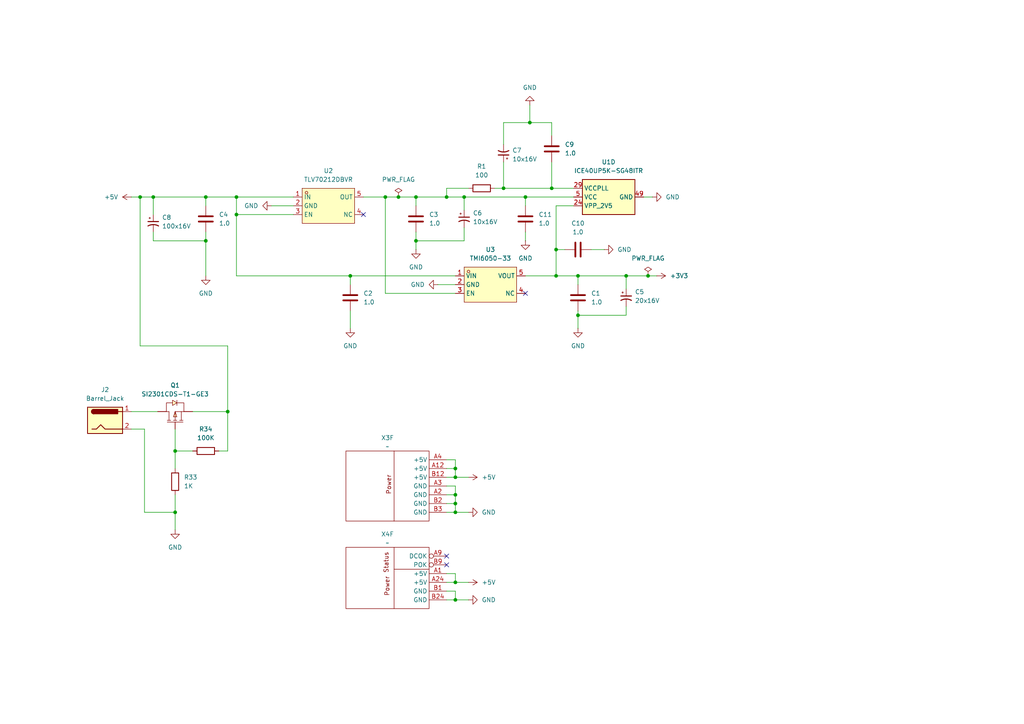
<source format=kicad_sch>
(kicad_sch (version 20231120) (generator "eeschema") (generator_version "8.0")
  (paper "A4")
  (title_block (title "Power"))
  (lib_symbols
    (symbol "Connector:Barrel_Jack" (pin_names (offset 1.016))
      (property "Reference" "J" (at 0 5.334 0))
      (property "Value" "Barrel_Jack" (at 0 -5.08 0))
      (symbol "Barrel_Jack_0_1"
        (rectangle (start -5.08 3.81) (end 5.08 -3.81) (stroke (width 0.254)) (fill (type background)))
        (arc (start -3.302 3.175) (mid -3.9343 2.54) (end -3.302 1.905) (stroke (width 0.254)))
        (arc (start -3.302 3.175) (mid -3.9343 2.54) (end -3.302 1.905) (stroke (width 0.254)) (fill (type outline)))
        (polyline (pts (xy 5.08 2.54) (xy 3.81 2.54)) (stroke (width 0.254)))
        (polyline (pts (xy -3.81 -2.54) (xy -2.54 -2.54) (xy -1.27 -1.27) (xy 0 -2.54) (xy 2.54 -2.54) (xy 5.08 -2.54)) (stroke (width 0.254)))
        (rectangle (start 3.683 3.175) (end -3.302 1.905) (stroke (width 0.254)) (fill (type outline)))
      )
      (symbol "Barrel_Jack_1_1"
        (pin passive line (at 7.62 2.54 180) (length 2.54) (name "~") (number "1"))
        (pin passive line (at 7.62 -2.54 180) (length 2.54) (name "~") (number "2"))
      )
    )
    (symbol "Device:C" (pin_numbers hide) (pin_names (offset 0.254))
      (property "Reference" "C" (at 0.635 2.54 0))
      (property "Value" "C" (at 0.635 -2.54 0))
      (symbol "C_0_1"
        (polyline (pts (xy -2.032 -0.762) (xy 2.032 -0.762)) (stroke (width 0.508)))
        (polyline (pts (xy -2.032 0.762) (xy 2.032 0.762)) (stroke (width 0.508)))
      )
      (symbol "C_1_1"
        (pin passive line (at 0 3.81 270) (length 2.794) (name "~") (number "1"))
        (pin passive line (at 0 -3.81 90) (length 2.794) (name "~") (number "2"))
      )
    )
    (symbol "Device:C_Polarized_Small_US" (pin_numbers hide) (pin_names (offset 0.254) hide)
      (property "Reference" "C" (at 0.254 1.778 0))
      (property "Value" "C_Polarized_Small_US" (at 0.254 -2.032 0))
      (symbol "C_Polarized_Small_US_0_1"
        (polyline (pts (xy -1.524 0.508) (xy 1.524 0.508)) (stroke (width 0.3048)))
        (polyline (pts (xy -1.27 1.524) (xy -0.762 1.524)))
        (polyline (pts (xy -1.016 1.27) (xy -1.016 1.778)))
        (arc (start 1.524 -0.762) (mid 0 -0.3734) (end -1.524 -0.762) (stroke (width 0.3048)))
      )
      (symbol "C_Polarized_Small_US_1_1"
        (pin passive line (at 0 2.54 270) (length 2.032) (name "~") (number "1"))
        (pin passive line (at 0 -2.54 90) (length 2.032) (name "~") (number "2"))
      )
    )
    (symbol "Device:R" (pin_numbers hide) (pin_names (offset 0))
      (property "Reference" "R" (at 2.032 0 90))
      (property "Value" "R" (at 0 0 90))
      (symbol "R_0_1"
        (rectangle (start -1.016 -2.54) (end 1.016 2.54) (stroke (width 0.254)))
      )
      (symbol "R_1_1"
        (pin passive line (at 0 3.81 270) (length 1.27) (name "~") (number "1"))
        (pin passive line (at 0 -3.81 90) (length 1.27) (name "~") (number "2"))
      )
    )
    (symbol "EasyEDA:SI2301CDS-T1-GE3" (pin_numbers hide) (pin_names hide)
      (property "Reference" "Q" (at 0 10.16 0))
      (property "Value" "SI2301CDS-T1-GE3" (at 0 -10.16 0))
      (symbol "SI2301CDS-T1-GE3_0_1"
        (polyline (pts (xy -1.78 2.29) (xy -1.78 -2.29)))
        (polyline (pts (xy -1.27 -2.29) (xy -1.27 -1.27)))
        (polyline (pts (xy -1.27 -0.51) (xy -1.27 0.51)))
        (polyline (pts (xy -1.27 1.27) (xy -1.27 2.29)))
        (polyline (pts (xy 1.27 -1.78) (xy -1.27 -1.78)))
        (polyline (pts (xy 1.27 1.78) (xy -1.27 1.78)))
        (polyline (pts (xy -1.27 0) (xy 1.27 0) (xy 1.27 -2.54)))
        (polyline (pts (xy 1.27 -2.54) (xy 3.81 -2.54) (xy 3.81 -0.51)))
        (polyline (pts (xy 1.27 0) (xy -0.25 0.51) (xy -0.25 -0.51) (xy 1.27 0)) (fill (type background)))
        (polyline (pts (xy 1.27 1.78) (xy 1.27 2.54) (xy 3.81 2.54) (xy 3.81 0.76)))
        (polyline (pts (xy 3.81 -0.51) (xy 4.57 0.76) (xy 3.05 0.76) (xy 3.81 -0.51)) (fill (type background)))
        (polyline (pts (xy 4.57 -0.51) (xy 4.32 -0.51) (xy 3.3 -0.51) (xy 3.05 -0.51)))
        (pin unspecified line (at -3.81 0 0) (length 2.032) (name "G") (number "1"))
        (pin unspecified line (at 1.27 -5.08 90) (length 2.54) (name "S") (number "2"))
        (pin unspecified line (at 1.27 5.08 270) (length 2.54) (name "D") (number "3"))
      )
    )
    (symbol "EasyEDA:TLV70212DBVR"
      (property "Reference" "U" (at 0 7.62 0))
      (property "Value" "TLV70212DBVR" (at 0 -7.62 0))
      (symbol "TLV70212DBVR_0_1"
        (rectangle (start -7.62 5.08) (end 7.62 -5.08) (fill (type background)))
        (circle (center -6.35 3.81) (radius 0.38))
        (pin unspecified line (at -10.16 2.54 0) (length 2.54) (name "IN") (number "1"))
        (pin unspecified line (at -10.16 0 0) (length 2.54) (name "GND") (number "2"))
        (pin unspecified line (at -10.16 -2.54 0) (length 2.54) (name "EN") (number "3"))
        (pin unspecified line (at 10.16 -2.54 180) (length 2.54) (name "NC") (number "4"))
        (pin unspecified line (at 10.16 2.54 180) (length 2.54) (name "OUT") (number "5"))
      )
    )
    (symbol "EasyEDA:TMI6050-33"
      (property "Reference" "U" (at 0 7.62 0))
      (property "Value" "TMI6050-33" (at 0 -7.62 0))
      (symbol "TMI6050-33_0_1"
        (rectangle (start -7.62 5.08) (end 7.62 -5.08) (fill (type background)))
        (circle (center -6.35 3.81) (radius 0.38))
        (pin unspecified line (at -10.16 2.54 0) (length 2.54) (name "VIN") (number "1"))
        (pin unspecified line (at -10.16 0 0) (length 2.54) (name "GND") (number "2"))
        (pin unspecified line (at -10.16 -2.54 0) (length 2.54) (name "EN") (number "3"))
        (pin unspecified line (at 10.16 -2.54 180) (length 2.54) (name "NC") (number "4"))
        (pin unspecified line (at 10.16 2.54 180) (length 2.54) (name "VOUT") (number "5"))
      )
    )
    (symbol "FPGA_Lattice:ICE40UP5K-SG48ITR"
      (property "Reference" "U" (at -8.89 -29.21 0))
      (property "Value" "ICE40UP5K-SG48ITR" (at 0 -31.75 0))
      (symbol "ICE40UP5K-SG48ITR_1_1"
        (rectangle (start -7.62 25.4) (end 7.62 -27.94) (stroke (width 0.254)) (fill (type background)))
        (pin bidirectional line (at -10.16 12.7 0) (length 2.54) (name "IOT_37a") (number "23"))
        (pin bidirectional line (at -10.16 15.24 0) (length 2.54) (name "IOT_36b") (number "25"))
        (pin bidirectional line (at -10.16 7.62 0) (length 2.54) (name "IOT_39a") (number "26"))
        (pin bidirectional line (at -10.16 10.16 0) (length 2.54) (name "IOT_38b") (number "27"))
        (pin bidirectional line (at -10.16 5.08 0) (length 2.54) (name "IOT_41a") (number "28"))
        (pin bidirectional line (at -10.16 2.54 0) (length 2.54) (name "IOT_42b") (number "31"))
        (pin bidirectional line (at -10.16 0 0) (length 2.54) (name "IOT_43a") (number "32"))
        (pin power_in line (at 0 27.94 270) (length 2.54) (name "VCCIO_0") (number "33"))
        (pin bidirectional line (at -10.16 -2.54 0) (length 2.54) (name "IOT_44b") (number "34"))
        (pin bidirectional line (at -10.16 -7.62 0) (length 2.54) (name "IOT_46b_G0") (number "35"))
        (pin bidirectional line (at -10.16 -10.16 0) (length 2.54) (name "IOT_48b") (number "36"))
        (pin bidirectional line (at -10.16 -5.08 0) (length 2.54) (name "IOT_45a_G1") (number "37"))
        (pin bidirectional line (at -10.16 -15.24 0) (length 2.54) (name "IOT_50b") (number "38"))
        (pin open_collector line (at -10.16 -20.32 0) (length 2.54) (name "RGB0") (number "39"))
        (pin open_collector line (at -10.16 -22.86 0) (length 2.54) (name "RGB1") (number "40"))
        (pin open_collector line (at -10.16 -25.4 0) (length 2.54) (name "RGB2") (number "41"))
        (pin bidirectional line (at -10.16 -17.78 0) (length 2.54) (name "IOT_51a") (number "42"))
        (pin bidirectional line (at -10.16 -12.7 0) (length 2.54) (name "IOT_49a") (number "43"))
      )
      (symbol "ICE40UP5K-SG48ITR_2_1"
        (rectangle (start -10.16 25.4) (end 10.16 -25.4) (stroke (width 0.254)) (fill (type background)))
        (pin bidirectional line (at -12.7 5.08 0) (length 2.54) (name "IOB_18a") (number "10"))
        (pin bidirectional line (at -12.7 2.54 0) (length 2.54) (name "IOB_20a") (number "11"))
        (pin bidirectional line (at -12.7 0 0) (length 2.54) (name "IOB_22a") (number "12"))
        (pin bidirectional line (at -12.7 -5.08 0) (length 2.54) (name "IOB_24a") (number "13"))
        (pin bidirectional line (at -12.7 -15.24 0) (length 2.54) (name "IOB_32a_SPI_SO") (number "14"))
        (pin bidirectional line (at -12.7 -20.32 0) (length 2.54) (name "IOB_34a_SPI_SCK") (number "15"))
        (pin bidirectional line (at -12.7 -22.86 0) (length 2.54) (name "IOB_35b_SPI_SS") (number "16"))
        (pin bidirectional line (at -12.7 -17.78 0) (length 2.54) (name "IOB_33b_SPI_SI") (number "17"))
        (pin bidirectional line (at -12.7 -12.7 0) (length 2.54) (name "IOB_31b") (number "18"))
        (pin bidirectional line (at -12.7 -10.16 0) (length 2.54) (name "IOB_29b") (number "19"))
        (pin bidirectional line (at -12.7 -7.62 0) (length 2.54) (name "IOB_25b_G3") (number "20"))
        (pin bidirectional line (at -12.7 -2.54 0) (length 2.54) (name "IOB_23b") (number "21"))
        (pin power_in line (at 0 27.94 270) (length 2.54) (name "SPI_VCCIO1") (number "22"))
        (pin bidirectional line (at -12.7 10.16 0) (length 2.54) (name "IOB_13b") (number "6"))
        (pin open_collector line (at 12.7 17.78 180) (length 2.54) (name "CDONE") (number "7"))
        (pin input line (at -12.7 17.78 0) (length 2.54) (name "~{CRESET}") (number "8"))
        (pin bidirectional line (at -12.7 7.62 0) (length 2.54) (name "IOB_16a") (number "9"))
      )
      (symbol "ICE40UP5K-SG48ITR_3_1"
        (rectangle (start -7.62 15.24) (end 7.62 -15.24) (stroke (width 0.254)) (fill (type background)))
        (pin power_in line (at 0 17.78 270) (length 2.54) (name "VCCIO_2") (number "1"))
        (pin bidirectional line (at -10.16 -7.62 0) (length 2.54) (name "IOB_6a") (number "2"))
        (pin bidirectional line (at -10.16 -12.7 0) (length 2.54) (name "IOB_9b") (number "3"))
        (pin bidirectional line (at -10.16 -10.16 0) (length 2.54) (name "IOB_8a") (number "4"))
        (pin bidirectional line (at -10.16 0 0) (length 2.54) (name "IOB_3b_G6") (number "44"))
        (pin bidirectional line (at -10.16 -5.08 0) (length 2.54) (name "IOB_5b") (number "45"))
        (pin bidirectional line (at -10.16 5.08 0) (length 2.54) (name "IOB_0a") (number "46"))
        (pin bidirectional line (at -10.16 2.54 0) (length 2.54) (name "IOB_2a") (number "47"))
        (pin bidirectional line (at -10.16 -2.54 0) (length 2.54) (name "IOB_4a") (number "48"))
      )
      (symbol "ICE40UP5K-SG48ITR_4_1"
        (rectangle (start -5.08 7.62) (end 5.08 -7.62) (stroke (width 0.254)) (fill (type background)))
        (pin power_in line (at -2.54 10.16 270) (length 2.54) (name "VPP_2V5") (number "24"))
        (pin power_out line (at 2.54 10.16 270) (length 2.54) (name "VCCPLL") (number "29"))
        (pin passive line (at 0 10.16 270) (length 2.54) hide (name "VCC") (number "30"))
        (pin power_in line (at 0 -10.16 90) (length 2.54) (name "GND") (number "49"))
        (pin power_in line (at 0 10.16 270) (length 2.54) (name "VCC") (number "5"))
      )
    )
    (symbol "local1:MSTD_SEP"
      (property "Reference" "X" (at -31.242 0 0))
      (symbol "MSTD_SEP_1_1"
        (rectangle (start -29.21 40.64) (end -5.08 -17.78))
        (rectangle (start -15.24 -13.97) (end -5.08 -17.78) (stroke (width 0) (color 0 0 0 1)) (fill (type color) (color 194 194 194 1)))
        (polyline (pts (xy -15.24 40.64) (xy -15.24 -17.78)))
        (polyline (pts (xy -5.08 -13.97) (xy -15.24 -13.97)))
        (polyline (pts (xy -5.08 -1.27) (xy -15.24 -1.27)))
        (text "BK0011M" (at -15.24 -15.24 0) (effects (font (size 1.27 1.27)) (justify right)))
        (text "Control" (at -17.018 -7.366 900) (effects (font (size 1.27 1.27))))
        (text "Data Bus" (at -17.272 22.352 900) (effects (font (size 1.27 1.27))))
        (pin output inverted (at 0 -15.24 180) (length 5.08) (name "BS7") (number "A19"))
        (pin output inverted (at 0 -5.08 180) (length 5.08) (name "DIN") (number "A23"))
        (pin bidirectional inverted (at 0 5.08 180) (length 5.08) (name "DAL13") (number "A25"))
        (pin bidirectional inverted (at 0 10.16 180) (length 5.08) (name "DAL11") (number "A26"))
        (pin bidirectional inverted (at 0 15.24 180) (length 5.08) (name "DAL9") (number "A27"))
        (pin bidirectional inverted (at 0 25.4 180) (length 5.08) (name "DAL5") (number "A28"))
        (pin bidirectional inverted (at 0 38.1 180) (length 5.08) (name "DAL0") (number "A31"))
        (pin output inverted (at 0 -10.16 180) (length 5.08) (name "WTBT") (number "B11"))
        (pin input inverted (at 0 -12.7 180) (length 5.08) (name "RPLY") (number "B20"))
        (pin output inverted (at 0 -7.62 180) (length 5.08) (name "DOUT") (number "B21"))
        (pin output inverted (at 0 -2.54 180) (length 5.08) (name "SINC") (number "B22"))
        (pin bidirectional inverted (at 0 2.54 180) (length 5.08) (name "DAL14") (number "B23"))
        (pin bidirectional inverted (at 0 7.62 180) (length 5.08) (name "DAL12") (number "B24"))
        (pin bidirectional inverted (at 0 12.7 180) (length 5.08) (name "DAL10") (number "B25"))
        (pin bidirectional inverted (at 0 17.78 180) (length 5.08) (name "DAL8") (number "B26"))
        (pin bidirectional inverted (at 0 22.86 180) (length 5.08) (name "DAL6") (number "B27"))
        (pin bidirectional inverted (at 0 27.94 180) (length 5.08) (name "DAL4") (number "B28"))
        (pin bidirectional inverted (at 0 33.02 180) (length 5.08) (name "DAL2") (number "B29"))
        (pin bidirectional inverted (at 0 30.48 180) (length 5.08) (name "DAL3") (number "B30"))
        (pin bidirectional inverted (at 0 35.56 180) (length 5.08) (name "DAL1") (number "B31"))
        (pin bidirectional inverted (at 0 20.32 180) (length 5.08) (name "DAL7") (number "B32"))
        (pin bidirectional inverted (at 0 0 180) (length 5.08) (name "DAL15") (number "B7"))
      )
      (symbol "MSTD_SEP_2_1"
        (rectangle (start -29.21 2.54) (end -5.08 -12.7))
        (rectangle (start -12.7 2.54) (end -5.08 -1.27) (fill (type color) (color 194 194 194 1)))
        (polyline (pts (xy -12.7 2.54) (xy -12.7 -12.7)))
        (text "BK0011M" (at -17.272 0 0) (effects (font (size 1.27 1.27))))
        (text "Int" (at -14.478 -4.826 900) (effects (font (size 1.27 1.27))))
        (pin output inverted (at 0 -7.62 180) (length 5.08) (name "IAKN2") (number "A24"))
        (pin input inverted (at 0 -10.16 180) (length 5.08) (name "EVNT") (number "A5"))
        (pin input inverted (at 0 0 180) (length 5.08) (name "IRQ1") (number "B15"))
        (pin output inverted (at 0 -5.08 180) (length 5.08) (name "IAKN") (number "B4"))
        (pin input inverted (at 0 -2.54 180) (length 5.08) (name "IRQ") (number "B5"))
      )
      (symbol "MSTD_SEP_3_1"
        (rectangle (start -29.21 2.54) (end -5.08 -15.24))
        (rectangle (start -15.24 -3.81) (end -5.08 -15.24) (fill (type color) (color 194 194 194 1)))
        (polyline (pts (xy -15.24 2.54) (xy -15.24 -15.24)))
        (polyline (pts (xy -5.08 -3.81) (xy -15.24 -3.81)) (stroke (width 0) (type dash)))
        (text "BK0011M" (at -20.066 -9.398 0) (effects (font (size 1.27 1.27))))
        (text "Control" (at -16.764 -1.778 900) (effects (font (size 1.27 1.27))))
        (pin input inverted (at 0 0 180) (length 5.08) (name "HALT") (number "A1"))
        (pin output line (at 0 -5.08 180) (length 5.08) (name "CLC4") (number "A20"))
        (pin output line (at 0 -7.62 180) (length 5.08) (name "CL") (number "A21"))
        (pin output inverted (at 0 -12.7 180) (length 5.08) (name "WR-IO1") (number "B10"))
        (pin input inverted (at 0 -2.54 180) (length 5.08) (name "INIT") (number "B19"))
        (pin output inverted (at 0 -10.16 180) (length 5.08) (name "RD-IO1") (number "B9"))
      )
      (symbol "MSTD_SEP_4_1"
        (rectangle (start -29.21 2.54) (end -5.08 -15.24))
        (rectangle (start -15.24 -8.89) (end -5.08 -15.24) (fill (type color) (color 194 194 194 1)))
        (polyline (pts (xy -15.24 2.54) (xy -15.24 -15.24)))
        (polyline (pts (xy -5.08 -8.89) (xy -15.24 -8.89)) (stroke (width 0) (type dash)))
        (text "BK0011M" (at -19.812 -11.938 0) (effects (font (size 1.27 1.27))))
        (text "ROM Ctrl" (at -16.764 -5.588 900) (effects (font (size 1.27 1.27))))
        (pin input line (at 0 -2.54 180) (length 5.08) (name "BAS-DIS") (number "A14"))
        (pin output inverted (at 0 -12.7 180) (length 5.08) (name "ROM4") (number "A22"))
        (pin input line (at 0 0 180) (length 5.08) (name "BAS3-DIS") (number "A29"))
        (pin output inverted (at 0 -7.62 180) (length 5.08) (name "BAS3-DIN") (number "A30"))
        (pin output inverted (at 0 -10.16 180) (length 5.08) (name "ROM3") (number "A32"))
        (pin input line (at 0 -5.08 180) (length 5.08) (name "MON-DIS") (number "B1"))
      )
      (symbol "MSTD_SEP_5_1"
        (rectangle (start -29.21 2.54) (end -5.08 -10.16) (fill (type color) (color 194 194 194 1)))
        (polyline (pts (xy -15.24 2.54) (xy -15.24 -10.16)))
        (text "DMA\n(BK0011M)" (at -18.796 -3.81 900) (effects (font (size 1.27 1.27))))
        (pin output inverted (at 0 0 180) (length 5.08) (name "BSY") (number "B13"))
        (pin output inverted (at 0 -2.54 180) (length 5.08) (name "DMG0") (number "B14"))
        (pin input inverted (at 0 -5.08 180) (length 5.08) (name "DMR") (number "B16"))
        (pin output inverted (at 0 -7.62 180) (length 5.08) (name "SACK") (number "B17"))
      )
      (symbol "MSTD_SEP_6_1"
        (rectangle (start -29.21 2.54) (end -5.08 -17.78))
        (polyline (pts (xy -15.24 2.54) (xy -15.24 -17.78)))
        (text "Power" (at -16.764 -7.112 900) (effects (font (size 1.27 1.27))))
        (pin power_out line (at 0 -2.54 180) (length 5.08) (name "+5V") (number "A12"))
        (pin power_out line (at 0 -10.16 180) (length 5.08) (name "GND") (number "A2"))
        (pin power_out line (at 0 -7.62 180) (length 5.08) (name "GND") (number "A3"))
        (pin power_out line (at 0 0 180) (length 5.08) (name "+5V") (number "A4"))
        (pin power_out line (at 0 -5.08 180) (length 5.08) (name "+5V") (number "B12"))
        (pin power_out line (at 0 -12.7 180) (length 5.08) (name "GND") (number "B2"))
        (pin power_out line (at 0 -15.24 180) (length 5.08) (name "GND") (number "B3"))
      )
    )
    (symbol "local1:UKNC_SEP"
      (property "Reference" "X" (at -31.242 0.254 0))
      (symbol "UKNC_SEP_1_1"
        (rectangle (start -29.21 40.64) (end -5.08 -17.78))
        (polyline (pts (xy -15.24 40.64) (xy -15.24 -17.78)))
        (polyline (pts (xy -5.08 -1.27) (xy -15.24 -1.27)))
        (text "Control" (at -17.018 -7.366 900) (effects (font (size 1.27 1.27))))
        (text "Data Bus" (at -17.272 22.352 900) (effects (font (size 1.27 1.27))))
        (pin output inverted (at 0 -5.08 180) (length 5.08) (name "DIN") (number "A14"))
        (pin output inverted (at 0 -2.54 180) (length 5.08) (name "SINC") (number "A15"))
        (pin bidirectional inverted (at 0 25.4 180) (length 5.08) (name "DAL5") (number "A16"))
        (pin bidirectional inverted (at 0 20.32 180) (length 5.08) (name "DAL7") (number "A17"))
        (pin bidirectional inverted (at 0 15.24 180) (length 5.08) (name "DAL9") (number "A18"))
        (pin bidirectional inverted (at 0 10.16 180) (length 5.08) (name "DAL11") (number "A19"))
        (pin bidirectional inverted (at 0 0 180) (length 5.08) (name "DAL15") (number "A2"))
        (pin bidirectional inverted (at 0 30.48 180) (length 5.08) (name "DAL3") (number "A20"))
        (pin bidirectional inverted (at 0 35.56 180) (length 5.08) (name "DAL1") (number "A21"))
        (pin bidirectional inverted (at 0 5.08 180) (length 5.08) (name "DAL13") (number "A22"))
        (pin output inverted (at 0 -15.24 180) (length 5.08) (name "BS7") (number "A6"))
        (pin output inverted (at 0 -10.16 180) (length 5.08) (name "WTBT") (number "A8"))
        (pin input inverted (at 0 -12.7 180) (length 5.08) (name "RPLY") (number "B15"))
        (pin bidirectional inverted (at 0 22.86 180) (length 5.08) (name "DAL6") (number "B17"))
        (pin bidirectional inverted (at 0 17.78 180) (length 5.08) (name "DAL8") (number "B18"))
        (pin bidirectional inverted (at 0 12.7 180) (length 5.08) (name "DAL10") (number "B19"))
        (pin bidirectional inverted (at 0 33.02 180) (length 5.08) (name "DAL2") (number "B20"))
        (pin bidirectional inverted (at 0 38.1 180) (length 5.08) (name "DAL0") (number "B21"))
        (pin bidirectional inverted (at 0 7.62 180) (length 5.08) (name "DAL12") (number "B22"))
        (pin bidirectional inverted (at 0 2.54 180) (length 5.08) (name "DAL14") (number "B23"))
        (pin bidirectional inverted (at 0 27.94 180) (length 5.08) (name "DAL4") (number "B28"))
        (pin output inverted (at 0 -7.62 180) (length 5.08) (name "DOUT") (number "B8"))
      )
      (symbol "UKNC_SEP_2_1"
        (rectangle (start -29.21 2.54) (end -5.08 -5.08))
        (polyline (pts (xy -15.24 2.54) (xy -15.24 -5.08)))
        (text "INT" (at -17.018 -1.27 900) (effects (font (size 1.27 1.27))))
        (pin input inverted (at 0 0 180) (length 5.08) (name "IRQ") (number "A10"))
        (pin output inverted (at 0 -2.54 180) (length 5.08) (name "IAKN") (number "A5"))
      )
      (symbol "UKNC_SEP_3_1"
        (rectangle (start -29.21 2.54) (end -5.08 -15.24))
        (polyline (pts (xy -15.24 2.54) (xy -15.24 -15.24)))
        (polyline (pts (xy -5.08 -8.89) (xy -15.24 -8.89)))
        (polyline (pts (xy -5.08 -1.27) (xy -15.24 -1.27)))
        (text "Control" (at -23.622 -3.302 900) (effects (font (size 1.27 1.27))))
        (text "MDC" (at -17.018 -5.842 900) (effects (font (size 1.27 1.27))))
        (pin unspecified line (at 0 -10.16 180) (length 5.08) (name "RUN1") (number "A23"))
        (pin output line (at 0 -2.54 180) (length 5.08) (name "CL") (number "A4"))
        (pin input inverted (at 0 0 180) (length 5.08) (name "INIT") (number "B10"))
        (pin input line (at 0 -7.62 180) (length 5.08) (name "INDEX") (number "B11"))
        (pin unspecified line (at 0 -12.7 180) (length 5.08) (name "RUN2") (number "B2"))
        (pin input line (at 0 -5.08 180) (length 5.08) (name "MODE") (number "B3"))
      )
      (symbol "UKNC_SEP_4_1"
        (rectangle (start -29.21 2.54) (end -5.08 -7.62))
        (polyline (pts (xy -15.24 2.54) (xy -15.24 -7.62)))
        (text "ROM\nControl" (at -17.272 -2.286 900) (effects (font (size 1.27 1.27))))
        (pin output inverted (at 0 -5.08 180) (length 5.08) (name "CE3") (number "A12"))
        (pin output inverted (at 0 -2.54 180) (length 5.08) (name "CE2") (number "B13"))
        (pin input inverted (at 0 0 180) (length 5.08) (name "CE1") (number "B14"))
      )
      (symbol "UKNC_SEP_5_1"
        (rectangle (start -29.21 2.54) (end -5.08 -7.62))
        (polyline (pts (xy -15.24 2.54) (xy -15.24 -7.62)))
        (text "DMA" (at -17.018 -1.27 900) (effects (font (size 1.27 1.27))))
        (pin output inverted (at 0 -5.08 180) (length 5.08) (name "SACK") (number "A7"))
        (pin input inverted (at 0 -2.54 180) (length 5.08) (name "DMR") (number "B6"))
        (pin output inverted (at 0 0 180) (length 5.08) (name "DMG0") (number "B7"))
      )
      (symbol "UKNC_SEP_6_1"
        (rectangle (start -29.21 2.54) (end -5.08 -15.24))
        (polyline (pts (xy -15.24 2.54) (xy -15.24 -15.24)))
        (polyline (pts (xy -5.08 -3.81) (xy -15.24 -3.81)))
        (text "Power" (at -17.272 -8.636 900) (effects (font (size 1.27 1.27))))
        (text "Status" (at -17.526 -1.778 900) (effects (font (size 1.27 1.27))))
        (pin power_out line (at 0 -5.08 180) (length 5.08) (name "+5V") (number "A1"))
        (pin power_out line (at 0 -7.62 180) (length 5.08) (name "+5V") (number "A24"))
        (pin output inverted (at 0 0 180) (length 5.08) (name "DCOK") (number "A9"))
        (pin power_out line (at 0 -10.16 180) (length 5.08) (name "GND") (number "B1"))
        (pin power_out line (at 0 -12.7 180) (length 5.08) (name "GND") (number "B24"))
        (pin output inverted (at 0 -2.54 180) (length 5.08) (name "POK") (number "B9"))
      )
    )
    (symbol "power:+3V3" (power) (pin_numbers hide) (pin_names (offset 0) hide)
      (property "Value" "+3V3" (at 0 3.556 0))
      (symbol "+3V3_0_1"
        (polyline (pts (xy -0.762 1.27) (xy 0 2.54)))
        (polyline (pts (xy 0 0) (xy 0 2.54)))
        (polyline (pts (xy 0 2.54) (xy 0.762 1.27)))
      )
      (symbol "+3V3_1_1"
        (pin power_in line (at 0 0 90) (length 0) (name "~") (number "1"))
      )
    )
    (symbol "power:+5V" (power) (pin_numbers hide) (pin_names (offset 0) hide)
      (property "Value" "+5V" (at 0 3.556 0))
      (symbol "+5V_0_1"
        (polyline (pts (xy -0.762 1.27) (xy 0 2.54)))
        (polyline (pts (xy 0 0) (xy 0 2.54)))
        (polyline (pts (xy 0 2.54) (xy 0.762 1.27)))
      )
      (symbol "+5V_1_1"
        (pin power_in line (at 0 0 90) (length 0) (name "~") (number "1"))
      )
    )
    (symbol "power:GND" (power) (pin_numbers hide) (pin_names (offset 0) hide)
      (property "Value" "GND" (at 0 -3.81 0))
      (symbol "GND_0_1"
        (polyline (pts (xy 0 0) (xy 0 -1.27) (xy 1.27 -1.27) (xy 0 -2.54) (xy -1.27 -1.27) (xy 0 -1.27)))
      )
      (symbol "GND_1_1"
        (pin power_in line (at 0 0 270) (length 0) (name "~") (number "1"))
      )
    )
    (symbol "power:PWR_FLAG" (power) (pin_numbers hide) (pin_names (offset 0) hide)
      (property "Value" "PWR_FLAG" (at 0 3.81 0))
      (symbol "PWR_FLAG_0_0"
        (pin power_out line (at 0 0 90) (length 0) (name "~") (number "1"))
      )
      (symbol "PWR_FLAG_0_1"
        (polyline (pts (xy 0 0) (xy 0 1.27) (xy -1.016 1.905) (xy 0 2.54) (xy 1.016 1.905) (xy 0 1.27)))
      )
    )
  )
  (junction (at 132.08 146.05))
  (junction (at 68.58 62.23))
  (junction (at 120.65 57.15))
  (junction (at 115.57 57.15))
  (junction (at 50.8 130.81))
  (junction (at 167.64 80.01))
  (junction (at 161.29 72.39))
  (junction (at 134.62 57.15))
  (junction (at 160.02 54.61))
  (junction (at 132.08 135.89))
  (junction (at 68.58 57.15))
  (junction (at 59.69 69.85))
  (junction (at 129.54 57.15))
  (junction (at 181.61 80.01))
  (junction (at 40.64 57.15))
  (junction (at 111.76 57.15))
  (junction (at 167.64 91.44))
  (junction (at 59.69 57.15))
  (junction (at 44.45 57.15))
  (junction (at 101.6 80.01))
  (junction (at 50.8 148.59))
  (junction (at 132.08 143.51))
  (junction (at 66.04 119.38))
  (junction (at 152.4 57.15))
  (junction (at 132.08 148.59))
  (junction (at 132.08 168.91))
  (junction (at 146.05 54.61))
  (junction (at 120.65 69.85))
  (junction (at 161.29 80.01))
  (junction (at 132.08 138.43))
  (junction (at 132.08 173.99))
  (junction (at 153.67 35.56))
  (junction (at 187.96 80.01))
  (no_connect (at 129.54 163.83))
  (no_connect (at 129.54 161.29))
  (no_connect (at 152.4 85.09))
  (no_connect (at 105.41 62.23))
  (wire (pts (xy 68.58 80.01) (xy 68.58 62.23)))
  (wire (pts (xy 132.08 133.35) (xy 129.54 133.35)))
  (wire (pts (xy 59.69 69.85) (xy 59.69 80.01)))
  (wire (pts (xy 41.91 148.59) (xy 50.8 148.59)))
  (wire (pts (xy 129.54 54.61) (xy 129.54 57.15)))
  (wire (pts (xy 134.62 57.15) (xy 134.62 60.96)))
  (wire (pts (xy 132.08 146.05) (xy 132.08 148.59)))
  (wire (pts (xy 40.64 100.33) (xy 66.04 100.33)))
  (wire (pts (xy 132.08 143.51) (xy 132.08 146.05)))
  (wire (pts (xy 181.61 80.01) (xy 187.96 80.01)))
  (wire (pts (xy 132.08 171.45) (xy 132.08 173.99)))
  (wire (pts (xy 41.91 124.46) (xy 41.91 148.59)))
  (wire (pts (xy 146.05 54.61) (xy 160.02 54.61)))
  (wire (pts (xy 59.69 57.15) (xy 59.69 59.69)))
  (wire (pts (xy 50.8 130.81) (xy 55.88 130.81)))
  (wire (pts (xy 38.1 57.15) (xy 40.64 57.15)))
  (wire (pts (xy 181.61 88.9) (xy 181.61 91.44)))
  (wire (pts (xy 143.51 54.61) (xy 146.05 54.61)))
  (wire (pts (xy 120.65 57.15) (xy 129.54 57.15)))
  (wire (pts (xy 160.02 46.99) (xy 160.02 54.61)))
  (wire (pts (xy 171.45 72.39) (xy 175.26 72.39)))
  (wire (pts (xy 50.8 130.81) (xy 50.8 135.89)))
  (wire (pts (xy 132.08 140.97) (xy 132.08 143.51)))
  (wire (pts (xy 189.23 57.15) (xy 186.69 57.15)))
  (wire (pts (xy 50.8 148.59) (xy 50.8 153.67)))
  (wire (pts (xy 66.04 119.38) (xy 55.88 119.38)))
  (wire (pts (xy 160.02 35.56) (xy 160.02 39.37)))
  (wire (pts (xy 132.08 173.99) (xy 135.89 173.99)))
  (wire (pts (xy 132.08 138.43) (xy 135.89 138.43)))
  (wire (pts (xy 153.67 30.48) (xy 153.67 35.56)))
  (wire (pts (xy 129.54 143.51) (xy 132.08 143.51)))
  (wire (pts (xy 146.05 46.99) (xy 146.05 54.61)))
  (wire (pts (xy 161.29 72.39) (xy 161.29 80.01)))
  (wire (pts (xy 161.29 80.01) (xy 167.64 80.01)))
  (wire (pts (xy 132.08 148.59) (xy 129.54 148.59)))
  (wire (pts (xy 167.64 80.01) (xy 181.61 80.01)))
  (wire (pts (xy 101.6 90.17) (xy 101.6 95.25)))
  (wire (pts (xy 59.69 67.31) (xy 59.69 69.85)))
  (wire (pts (xy 129.54 57.15) (xy 134.62 57.15)))
  (wire (pts (xy 111.76 85.09) (xy 111.76 57.15)))
  (wire (pts (xy 44.45 69.85) (xy 59.69 69.85)))
  (wire (pts (xy 161.29 59.69) (xy 161.29 72.39)))
  (wire (pts (xy 44.45 67.31) (xy 44.45 69.85)))
  (wire (pts (xy 146.05 35.56) (xy 153.67 35.56)))
  (wire (pts (xy 152.4 67.31) (xy 152.4 69.85)))
  (wire (pts (xy 101.6 80.01) (xy 101.6 82.55)))
  (wire (pts (xy 132.08 168.91) (xy 135.89 168.91)))
  (wire (pts (xy 40.64 57.15) (xy 40.64 100.33)))
  (wire (pts (xy 167.64 90.17) (xy 167.64 91.44)))
  (wire (pts (xy 132.08 80.01) (xy 101.6 80.01)))
  (wire (pts (xy 127 82.55) (xy 132.08 82.55)))
  (wire (pts (xy 129.54 171.45) (xy 132.08 171.45)))
  (wire (pts (xy 132.08 166.37) (xy 132.08 168.91)))
  (wire (pts (xy 115.57 57.15) (xy 120.65 57.15)))
  (wire (pts (xy 120.65 67.31) (xy 120.65 69.85)))
  (wire (pts (xy 40.64 57.15) (xy 44.45 57.15)))
  (wire (pts (xy 134.62 69.85) (xy 120.65 69.85)))
  (wire (pts (xy 66.04 130.81) (xy 66.04 119.38)))
  (wire (pts (xy 167.64 80.01) (xy 167.64 82.55)))
  (wire (pts (xy 181.61 91.44) (xy 167.64 91.44)))
  (wire (pts (xy 187.96 80.01) (xy 190.5 80.01)))
  (wire (pts (xy 44.45 57.15) (xy 59.69 57.15)))
  (wire (pts (xy 160.02 54.61) (xy 166.37 54.61)))
  (wire (pts (xy 63.5 130.81) (xy 66.04 130.81)))
  (wire (pts (xy 132.08 138.43) (xy 132.08 135.89)))
  (wire (pts (xy 152.4 57.15) (xy 152.4 59.69)))
  (wire (pts (xy 105.41 57.15) (xy 111.76 57.15)))
  (wire (pts (xy 50.8 124.46) (xy 50.8 130.81)))
  (wire (pts (xy 111.76 57.15) (xy 115.57 57.15)))
  (wire (pts (xy 50.8 143.51) (xy 50.8 148.59)))
  (wire (pts (xy 78.74 59.69) (xy 85.09 59.69)))
  (wire (pts (xy 129.54 173.99) (xy 132.08 173.99)))
  (wire (pts (xy 38.1 119.38) (xy 45.72 119.38)))
  (wire (pts (xy 44.45 57.15) (xy 44.45 62.23)))
  (wire (pts (xy 101.6 80.01) (xy 68.58 80.01)))
  (wire (pts (xy 181.61 80.01) (xy 181.61 83.82)))
  (wire (pts (xy 129.54 168.91) (xy 132.08 168.91)))
  (wire (pts (xy 129.54 166.37) (xy 132.08 166.37)))
  (wire (pts (xy 66.04 100.33) (xy 66.04 119.38)))
  (wire (pts (xy 68.58 57.15) (xy 85.09 57.15)))
  (wire (pts (xy 132.08 135.89) (xy 132.08 133.35)))
  (wire (pts (xy 38.1 124.46) (xy 41.91 124.46)))
  (wire (pts (xy 153.67 35.56) (xy 160.02 35.56)))
  (wire (pts (xy 146.05 41.91) (xy 146.05 35.56)))
  (wire (pts (xy 129.54 135.89) (xy 132.08 135.89)))
  (wire (pts (xy 129.54 140.97) (xy 132.08 140.97)))
  (wire (pts (xy 134.62 66.04) (xy 134.62 69.85)))
  (wire (pts (xy 161.29 72.39) (xy 163.83 72.39)))
  (wire (pts (xy 68.58 62.23) (xy 85.09 62.23)))
  (wire (pts (xy 129.54 146.05) (xy 132.08 146.05)))
  (wire (pts (xy 166.37 59.69) (xy 161.29 59.69)))
  (wire (pts (xy 120.65 69.85) (xy 120.65 72.39)))
  (wire (pts (xy 132.08 148.59) (xy 135.89 148.59)))
  (wire (pts (xy 132.08 85.09) (xy 111.76 85.09)))
  (wire (pts (xy 134.62 57.15) (xy 152.4 57.15)))
  (wire (pts (xy 152.4 57.15) (xy 166.37 57.15)))
  (wire (pts (xy 152.4 80.01) (xy 161.29 80.01)))
  (wire (pts (xy 167.64 91.44) (xy 167.64 95.25)))
  (wire (pts (xy 120.65 57.15) (xy 120.65 59.69)))
  (wire (pts (xy 129.54 138.43) (xy 132.08 138.43)))
  (wire (pts (xy 59.69 57.15) (xy 68.58 57.15)))
  (wire (pts (xy 135.89 54.61) (xy 129.54 54.61)))
  (wire (pts (xy 68.58 62.23) (xy 68.58 57.15)))
  (symbol (lib_id "Device:C_Polarized_Small_US") (at 44.45 64.77 0) (unit 1)
    (property "Reference" "C8" (at 46.99 63.0681 0) (effects (justify left)))
    (property "Value" "100x16V" (at 46.99 65.6081 0) (effects (justify left)))
    (property "Footprint" "Capacitor_THT:CP_Radial_D6.3mm_P2.50mm" (effects (hide yes)))
    (property "Description" "Polarized capacitor, small US symbol" (effects (hide yes)))
  )
  (symbol (lib_id "Device:R") (at 50.8 139.7 0) (unit 1)
    (property "Reference" "R33" (at 53.34 138.4299 0) (effects (justify left)))
    (property "Value" "1K" (at 53.34 140.9699 0) (effects (justify left)))
    (property "Footprint" "Resistor_SMD:R_0603_1608Metric_Pad0.98x0.95mm_HandSolder" (effects (hide yes)))
    (property "Description" "Resistor" (effects (hide yes)))
  )
  (symbol (lib_id "power:GND") (at 135.89 173.99 90) (unit 1)
    (property "Reference" "#PWR067" (effects (hide yes)))
    (property "Value" "GND" (at 139.7 173.9899 90) (effects (justify right)))
    (property "Description" "Power symbol creates a global label with name \"GND\" , ground" (effects (hide yes)))
  )
  (symbol (lib_id "power:GND") (at 78.74 59.69 270) (unit 1)
    (property "Reference" "#PWR01" (effects (hide yes)))
    (property "Value" "GND" (at 74.93 59.6899 90) (effects (justify right)))
    (property "Description" "Power symbol creates a global label with name \"GND\" , ground" (effects (hide yes)))
  )
  (symbol (lib_id "power:GND") (at 120.65 72.39 0) (unit 1)
    (property "Reference" "#PWR09" (effects (hide yes)))
    (property "Value" "GND" (at 120.65 77.47 0))
    (property "Description" "Power symbol creates a global label with name \"GND\" , ground" (effects (hide yes)))
  )
  (symbol (lib_id "power:PWR_FLAG") (at 187.96 80.01 0) (unit 1)
    (property "Reference" "#FLG01" (effects (hide yes)))
    (property "Value" "PWR_FLAG" (at 187.96 74.93 0))
    (property "Description" "Special symbol for telling ERC where power comes from" (effects (hide yes)))
  )
  (symbol (lib_id "EasyEDA:SI2301CDS-T1-GE3") (at 50.8 120.65 90) (unit 1)
    (property "Reference" "Q1" (at 50.8 111.76 90))
    (property "Value" "SI2301CDS-T1-GE3" (at 50.8 114.3 90))
    (property "Footprint" "easyeda2kicad:SOT-23-3_L3.0-W1.7-P0.95-LS2.9-BR" (effects (hide yes)))
    (property "Datasheet" "https://lcsc.com/product-detail/MOSFET_VISHAY_SI2301CDS-T1-GE3_SI2301CDS-T1-GE3_C10487.html" (effects (hide yes)))
    (property "LCSC Part" "C10487" (effects (hide yes)))
  )
  (symbol (lib_id "power:PWR_FLAG") (at 115.57 57.15 0) (unit 1)
    (property "Reference" "#FLG02" (effects (hide yes)))
    (property "Value" "PWR_FLAG" (at 115.57 52.07 0))
    (property "Description" "Special symbol for telling ERC where power comes from" (effects (hide yes)))
  )
  (symbol (lib_id "Device:C") (at 160.02 43.18 0) (unit 1)
    (property "Reference" "C9" (at 163.83 41.9099 0) (effects (justify left)))
    (property "Value" "1.0" (at 163.83 44.4499 0) (effects (justify left)))
    (property "Footprint" "Capacitor_SMD:C_0603_1608Metric_Pad1.08x0.95mm_HandSolder" (effects (hide yes)))
    (property "Description" "Unpolarized capacitor" (effects (hide yes)))
  )
  (symbol (lib_id "Device:R") (at 59.69 130.81 90) (unit 1)
    (property "Reference" "R34" (at 59.69 124.46 90))
    (property "Value" "100K" (at 59.69 127 90))
    (property "Footprint" "Resistor_SMD:R_0603_1608Metric_Pad0.98x0.95mm_HandSolder" (effects (hide yes)))
    (property "Description" "Resistor" (effects (hide yes)))
  )
  (symbol (lib_id "power:GND") (at 50.8 153.67 0) (unit 1)
    (property "Reference" "#PWR063" (effects (hide yes)))
    (property "Value" "GND" (at 50.8 158.75 0))
    (property "Description" "Power symbol creates a global label with name \"GND\" , ground" (effects (hide yes)))
  )
  (symbol (lib_id "power:GND") (at 175.26 72.39 90) (unit 1)
    (property "Reference" "#PWR011" (effects (hide yes)))
    (property "Value" "GND" (at 179.07 72.3899 90) (effects (justify right)))
    (property "Description" "Power symbol creates a global label with name \"GND\" , ground" (effects (hide yes)))
  )
  (symbol (lib_id "Device:C") (at 59.69 63.5 0) (unit 1)
    (property "Reference" "C4" (at 63.5 62.2299 0) (effects (justify left)))
    (property "Value" "1.0" (at 63.5 64.7699 0) (effects (justify left)))
    (property "Footprint" "Capacitor_SMD:C_0603_1608Metric_Pad1.08x0.95mm_HandSolder" (effects (hide yes)))
    (property "Description" "Unpolarized capacitor" (effects (hide yes)))
  )
  (symbol (lib_id "power:GND") (at 135.89 148.59 90) (unit 1)
    (property "Reference" "#PWR066" (effects (hide yes)))
    (property "Value" "GND" (at 139.7 148.5899 90) (effects (justify right)))
    (property "Description" "Power symbol creates a global label with name \"GND\" , ground" (effects (hide yes)))
  )
  (symbol (lib_id "Device:C") (at 152.4 63.5 0) (unit 1)
    (property "Reference" "C11" (at 156.21 62.2299 0) (effects (justify left)))
    (property "Value" "1.0" (at 156.21 64.7699 0) (effects (justify left)))
    (property "Footprint" "Capacitor_SMD:C_0603_1608Metric_Pad1.08x0.95mm_HandSolder" (effects (hide yes)))
    (property "Description" "Unpolarized capacitor" (effects (hide yes)))
  )
  (symbol (lib_id "Device:C_Polarized_Small_US") (at 134.62 63.5 0) (unit 1)
    (property "Reference" "C6" (at 137.16 61.7981 0) (effects (justify left)))
    (property "Value" "10x16V" (at 137.16 64.3381 0) (effects (justify left)))
    (property "Footprint" "Capacitor_THT:CP_Radial_D5.0mm_P2.00mm" (effects (hide yes)))
    (property "Description" "Polarized capacitor, small US symbol" (effects (hide yes)))
  )
  (symbol (lib_id "Connector:Barrel_Jack") (at 30.48 121.92 0) (unit 1)
    (property "Reference" "J2" (at 30.48 113.03 0))
    (property "Value" "Barrel_Jack" (at 30.48 115.57 0))
    (property "Footprint" "Connector_BarrelJack:BarrelJack_Wuerth_6941xx301002" (effects (hide yes)))
    (property "Description" "DC Barrel Jack" (effects (hide yes)))
  )
  (symbol (lib_id "power:GND") (at 189.23 57.15 90) (unit 1)
    (property "Reference" "#PWR03" (effects (hide yes)))
    (property "Value" "GND" (at 193.04 57.1499 90) (effects (justify right)))
    (property "Description" "Power symbol creates a global label with name \"GND\" , ground" (effects (hide yes)))
  )
  (symbol (lib_id "power:GND") (at 152.4 69.85 0) (unit 1)
    (property "Reference" "#PWR012" (effects (hide yes)))
    (property "Value" "GND" (at 152.4 74.93 0))
    (property "Description" "Power symbol creates a global label with name \"GND\" , ground" (effects (hide yes)))
  )
  (symbol (lib_id "Device:C_Polarized_Small_US") (at 181.61 86.36 0) (unit 1)
    (property "Reference" "C5" (at 184.15 84.6581 0) (effects (justify left)))
    (property "Value" "20x16V" (at 184.15 87.1981 0) (effects (justify left)))
    (property "Footprint" "Capacitor_THT:CP_Radial_D5.0mm_P2.00mm" (effects (hide yes)))
    (property "Description" "Polarized capacitor, small US symbol" (effects (hide yes)))
  )
  (symbol (lib_id "EasyEDA:TMI6050-33") (at 142.24 82.55 0) (unit 1)
    (property "Reference" "U3" (at 142.24 72.39 0))
    (property "Value" "TMI6050-33" (at 142.24 74.93 0))
    (property "Footprint" "easyeda2kicad:SOT-23-5_L2.9-W1.6-P0.95-LS2.8-BR" (effects (hide yes)))
    (property "Datasheet" "https://lcsc.com/product-detail/Dropout-Regulators-LDO_TMI-TMI6050-33_C911079.html" (effects (hide yes)))
    (property "LCSC Part" "C911079" (effects (hide yes)))
  )
  (symbol (lib_id "Device:C") (at 101.6 86.36 0) (unit 1)
    (property "Reference" "C2" (at 105.41 85.0899 0) (effects (justify left)))
    (property "Value" "1.0" (at 105.41 87.6299 0) (effects (justify left)))
    (property "Footprint" "Capacitor_SMD:C_0603_1608Metric_Pad1.08x0.95mm_HandSolder" (effects (hide yes)))
    (property "Description" "Unpolarized capacitor" (effects (hide yes)))
  )
  (symbol (lib_id "Device:R") (at 139.7 54.61 90) (unit 1)
    (property "Reference" "R1" (at 139.7 48.26 90))
    (property "Value" "100" (at 139.7 50.8 90))
    (property "Footprint" "Resistor_SMD:R_0603_1608Metric_Pad0.98x0.95mm_HandSolder" (effects (hide yes)))
    (property "Description" "Resistor" (effects (hide yes)))
  )
  (symbol (lib_id "local1:UKNC_SEP") (at 129.54 161.29 0) (unit 6)
    (property "Reference" "X4" (at 112.395 154.94 0))
    (property "Value" "~" (at 112.395 157.48 0))
    (property "Footprint" "local:snp15" (effects (hide yes)))
  )
  (symbol (lib_id "power:GND") (at 59.69 80.01 0) (unit 1)
    (property "Reference" "#PWR08" (effects (hide yes)))
    (property "Value" "GND" (at 59.69 85.09 0))
    (property "Description" "Power symbol creates a global label with name \"GND\" , ground" (effects (hide yes)))
  )
  (symbol (lib_id "power:+3V3") (at 190.5 80.01 270) (unit 1)
    (property "Reference" "#PWR04" (effects (hide yes)))
    (property "Value" "+3V3" (at 194.31 80.0099 90) (effects (justify left)))
    (property "Description" "Power symbol creates a global label with name \"+3V3\"" (effects (hide yes)))
  )
  (symbol (lib_id "power:GND") (at 127 82.55 270) (unit 1)
    (property "Reference" "#PWR02" (effects (hide yes)))
    (property "Value" "GND" (at 123.19 82.5499 90) (effects (justify right)))
    (property "Description" "Power symbol creates a global label with name \"GND\" , ground" (effects (hide yes)))
  )
  (symbol (lib_id "EasyEDA:TLV70212DBVR") (at 95.25 59.69 0) (unit 1)
    (property "Reference" "U2" (at 95.25 49.53 0))
    (property "Value" "TLV70212DBVR" (at 95.25 52.07 0))
    (property "Footprint" "easyeda2kicad:SOT-23-5_L3.0-W1.7-P0.95-LS2.8-BL" (effects (hide yes)))
    (property "Datasheet" "https://lcsc.com/product-detail/Others_Texas-Instruments_TLV70212DBVR_Texas-Instruments-TI-TLV70212DBVR_C81462.html" (effects (hide yes)))
    (property "LCSC Part" "C81462" (effects (hide yes)))
  )
  (symbol (lib_id "FPGA_Lattice:ICE40UP5K-SG48ITR") (at 176.53 57.15 90) (unit 4)
    (property "Reference" "U1" (at 176.53 46.99 90))
    (property "Value" "ICE40UP5K-SG48ITR" (at 176.53 49.53 90))
    (property "Footprint" "Package_DFN_QFN:QFN-48-1EP_7x7mm_P0.5mm_EP5.6x5.6mm" (effects (hide yes)))
    (property "Datasheet" "http://www.latticesemi.com/Products/FPGAandCPLD/iCE40Ultra" (effects (hide yes)))
    (property "Description" "iCE40 UltraPlus FPGA, 5280 LUTs, 1.2V, 48-pin QFN" (effects (hide yes)))
  )
  (symbol (lib_id "local1:MSTD_SEP") (at 129.54 133.35 0) (unit 6)
    (property "Reference" "X3" (at 112.395 127 0))
    (property "Value" "~" (at 112.395 129.54 0))
    (property "Footprint" "local:09722642801-1" (effects (hide yes)))
  )
  (symbol (lib_id "Device:C") (at 120.65 63.5 0) (unit 1)
    (property "Reference" "C3" (at 124.46 62.2299 0) (effects (justify left)))
    (property "Value" "1.0" (at 124.46 64.7699 0) (effects (justify left)))
    (property "Footprint" "Capacitor_SMD:C_0603_1608Metric_Pad1.08x0.95mm_HandSolder" (effects (hide yes)))
    (property "Description" "Unpolarized capacitor" (effects (hide yes)))
  )
  (symbol (lib_id "power:+5V") (at 135.89 138.43 270) (unit 1)
    (property "Reference" "#PWR068" (effects (hide yes)))
    (property "Value" "+5V" (at 139.7 138.4299 90) (effects (justify left)))
    (property "Description" "Power symbol creates a global label with name \"+5V\"" (effects (hide yes)))
  )
  (symbol (lib_id "power:GND") (at 101.6 95.25 0) (unit 1)
    (property "Reference" "#PWR07" (effects (hide yes)))
    (property "Value" "GND" (at 101.6 100.33 0))
    (property "Description" "Power symbol creates a global label with name \"GND\" , ground" (effects (hide yes)))
  )
  (symbol (lib_id "power:+5V") (at 38.1 57.15 90) (unit 1)
    (property "Reference" "#PWR05" (effects (hide yes)))
    (property "Value" "+5V" (at 34.29 57.1499 90) (effects (justify left)))
    (property "Description" "Power symbol creates a global label with name \"+5V\"" (effects (hide yes)))
  )
  (symbol (lib_id "power:GND") (at 167.64 95.25 0) (unit 1)
    (property "Reference" "#PWR06" (effects (hide yes)))
    (property "Value" "GND" (at 167.64 100.33 0))
    (property "Description" "Power symbol creates a global label with name \"GND\" , ground" (effects (hide yes)))
  )
  (symbol (lib_id "Device:C_Polarized_Small_US") (at 146.05 44.45 180) (unit 1)
    (property "Reference" "C7" (at 148.59 43.6117 0) (effects (justify right)))
    (property "Value" "10x16V" (at 148.59 46.1517 0) (effects (justify right)))
    (property "Footprint" "Capacitor_THT:CP_Radial_D5.0mm_P2.00mm" (effects (hide yes)))
    (property "Description" "Polarized capacitor, small US symbol" (effects (hide yes)))
  )
  (symbol (lib_id "power:+5V") (at 135.89 168.91 270) (unit 1)
    (property "Reference" "#PWR069" (effects (hide yes)))
    (property "Value" "+5V" (at 139.7 168.9099 90) (effects (justify left)))
    (property "Description" "Power symbol creates a global label with name \"+5V\"" (effects (hide yes)))
  )
  (symbol (lib_id "power:GND") (at 153.67 30.48 180) (unit 1)
    (property "Reference" "#PWR010" (effects (hide yes)))
    (property "Value" "GND" (at 153.67 25.4 0))
    (property "Description" "Power symbol creates a global label with name \"GND\" , ground" (effects (hide yes)))
  )
  (symbol (lib_id "Device:C") (at 167.64 86.36 0) (unit 1)
    (property "Reference" "C1" (at 171.45 85.0899 0) (effects (justify left)))
    (property "Value" "1.0" (at 171.45 87.6299 0) (effects (justify left)))
    (property "Footprint" "Capacitor_SMD:C_0603_1608Metric_Pad1.08x0.95mm_HandSolder" (effects (hide yes)))
    (property "Description" "Unpolarized capacitor" (effects (hide yes)))
  )
  (symbol (lib_id "Device:C") (at 167.64 72.39 90) (unit 1)
    (property "Reference" "C10" (at 167.64 64.77 90))
    (property "Value" "1.0" (at 167.64 67.31 90))
    (property "Footprint" "Capacitor_SMD:C_0603_1608Metric_Pad1.08x0.95mm_HandSolder" (effects (hide yes)))
    (property "Description" "Unpolarized capacitor" (effects (hide yes)))
  )
)
</source>
